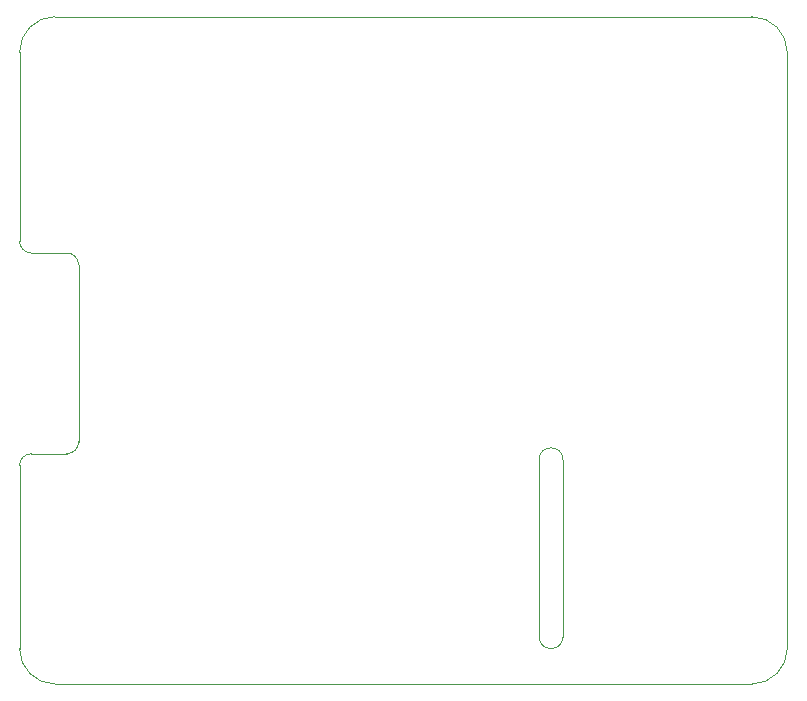
<source format=gbr>
G04 #@! TF.FileFunction,Drawing*
%FSLAX46Y46*%
G04 Gerber Fmt 4.6, Leading zero omitted, Abs format (unit mm)*
G04 Created by KiCad (PCBNEW 4.0.7) date 01/21/18 18:22:41*
%MOMM*%
%LPD*%
G01*
G04 APERTURE LIST*
%ADD10C,0.100000*%
%ADD11C,0.050000*%
G04 APERTURE END LIST*
D10*
D11*
X74307000Y-52853000D02*
G75*
G03X75307000Y-53853000I1000000J0D01*
G01*
X79307000Y-54853000D02*
G75*
G03X78307000Y-53853000I-1000000J0D01*
G01*
X78307000Y-70853000D02*
G75*
G03X79307000Y-69853000I0J1000000D01*
G01*
X75307000Y-70853000D02*
G75*
G03X74307000Y-71853000I0J-1000000D01*
G01*
X118307000Y-86353000D02*
G75*
G03X120307000Y-86353000I1000000J0D01*
G01*
X77307000Y-33853000D02*
G75*
G03X74307000Y-36853000I0J-3000000D01*
G01*
X74307000Y-87353000D02*
G75*
G03X77307000Y-90353000I3000000J0D01*
G01*
X136307000Y-90353000D02*
G75*
G03X139307000Y-87353000I0J3000000D01*
G01*
X120307000Y-71353000D02*
G75*
G03X118307000Y-71353000I-1000000J0D01*
G01*
X139307000Y-36853000D02*
G75*
G03X136307000Y-33853000I-3000000J0D01*
G01*
X120307000Y-71353000D02*
X120307000Y-86353000D01*
X118307000Y-71353000D02*
X118307000Y-86353000D01*
X74307000Y-71853000D02*
X74307000Y-87353000D01*
X74307000Y-36853000D02*
X74307000Y-52853000D01*
X75307000Y-70853000D02*
X78307000Y-70853000D01*
X75307000Y-53853000D02*
X78307000Y-53853000D01*
X79307000Y-54853000D02*
X79307000Y-69853000D01*
X77307000Y-90353000D02*
X136307000Y-90353000D01*
X139307000Y-36853000D02*
X139307000Y-87353000D01*
X77307000Y-33853000D02*
X136307000Y-33853000D01*
M02*

</source>
